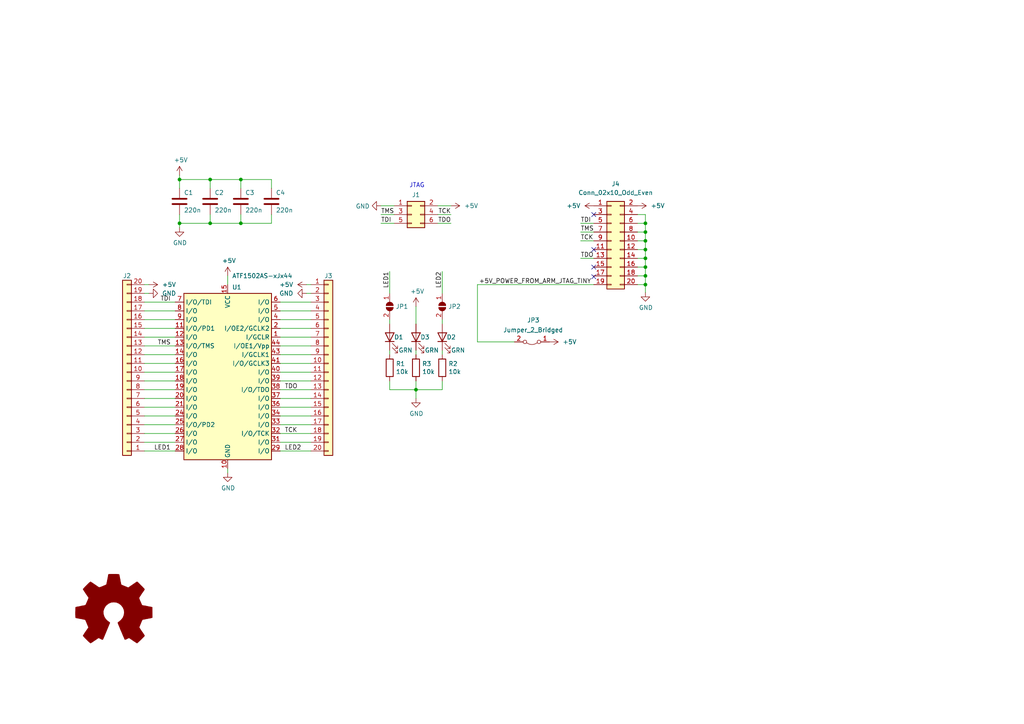
<source format=kicad_sch>
(kicad_sch (version 20211123) (generator eeschema)
  (paper "A4")
  (lib_symbols
    (symbol "Connector_Generic:Conn_01x20" (pin_names (offset 1.016) hide)
      (property "Reference" "J" (at 0 25.4 0))
      (property "Value" "Conn_01x20" (at 0 -27.94 0))
      (symbol "Conn_01x20_1_1"
        (rectangle (start -1.27 -25.273) (end 0 -25.527) (stroke (width 0.1524)))
        (rectangle (start -1.27 -22.733) (end 0 -22.987) (stroke (width 0.1524)))
        (rectangle (start -1.27 -20.193) (end 0 -20.447) (stroke (width 0.1524)))
        (rectangle (start -1.27 -17.653) (end 0 -17.907) (stroke (width 0.1524)))
        (rectangle (start -1.27 -15.113) (end 0 -15.367) (stroke (width 0.1524)))
        (rectangle (start -1.27 -12.573) (end 0 -12.827) (stroke (width 0.1524)))
        (rectangle (start -1.27 -10.033) (end 0 -10.287) (stroke (width 0.1524)))
        (rectangle (start -1.27 -7.493) (end 0 -7.747) (stroke (width 0.1524)))
        (rectangle (start -1.27 -4.953) (end 0 -5.207) (stroke (width 0.1524)))
        (rectangle (start -1.27 -2.413) (end 0 -2.667) (stroke (width 0.1524)))
        (rectangle (start -1.27 0.127) (end 0 -0.127) (stroke (width 0.1524)))
        (rectangle (start -1.27 2.667) (end 0 2.413) (stroke (width 0.1524)))
        (rectangle (start -1.27 5.207) (end 0 4.953) (stroke (width 0.1524)))
        (rectangle (start -1.27 7.747) (end 0 7.493) (stroke (width 0.1524)))
        (rectangle (start -1.27 10.287) (end 0 10.033) (stroke (width 0.1524)))
        (rectangle (start -1.27 12.827) (end 0 12.573) (stroke (width 0.1524)))
        (rectangle (start -1.27 15.367) (end 0 15.113) (stroke (width 0.1524)))
        (rectangle (start -1.27 17.907) (end 0 17.653) (stroke (width 0.1524)))
        (rectangle (start -1.27 20.447) (end 0 20.193) (stroke (width 0.1524)))
        (rectangle (start -1.27 22.987) (end 0 22.733) (stroke (width 0.1524)))
        (rectangle (start -1.27 24.13) (end 1.27 -26.67) (stroke (width 0.254)) (fill (type background)))
        (pin passive line (at -5.08 22.86 0) (length 3.81) (name "Pin_1") (number "1"))
        (pin passive line (at -5.08 0 0) (length 3.81) (name "Pin_10") (number "10"))
        (pin passive line (at -5.08 -2.54 0) (length 3.81) (name "Pin_11") (number "11"))
        (pin passive line (at -5.08 -5.08 0) (length 3.81) (name "Pin_12") (number "12"))
        (pin passive line (at -5.08 -7.62 0) (length 3.81) (name "Pin_13") (number "13"))
        (pin passive line (at -5.08 -10.16 0) (length 3.81) (name "Pin_14") (number "14"))
        (pin passive line (at -5.08 -12.7 0) (length 3.81) (name "Pin_15") (number "15"))
        (pin passive line (at -5.08 -15.24 0) (length 3.81) (name "Pin_16") (number "16"))
        (pin passive line (at -5.08 -17.78 0) (length 3.81) (name "Pin_17") (number "17"))
        (pin passive line (at -5.08 -20.32 0) (length 3.81) (name "Pin_18") (number "18"))
        (pin passive line (at -5.08 -22.86 0) (length 3.81) (name "Pin_19") (number "19"))
        (pin passive line (at -5.08 20.32 0) (length 3.81) (name "Pin_2") (number "2"))
        (pin passive line (at -5.08 -25.4 0) (length 3.81) (name "Pin_20") (number "20"))
        (pin passive line (at -5.08 17.78 0) (length 3.81) (name "Pin_3") (number "3"))
        (pin passive line (at -5.08 15.24 0) (length 3.81) (name "Pin_4") (number "4"))
        (pin passive line (at -5.08 12.7 0) (length 3.81) (name "Pin_5") (number "5"))
        (pin passive line (at -5.08 10.16 0) (length 3.81) (name "Pin_6") (number "6"))
        (pin passive line (at -5.08 7.62 0) (length 3.81) (name "Pin_7") (number "7"))
        (pin passive line (at -5.08 5.08 0) (length 3.81) (name "Pin_8") (number "8"))
        (pin passive line (at -5.08 2.54 0) (length 3.81) (name "Pin_9") (number "9"))
      )
    )
    (symbol "Connector_Generic:Conn_02x03_Odd_Even" (pin_names (offset 1.016) hide)
      (property "Reference" "J" (at 1.27 5.08 0))
      (property "Value" "Conn_02x03_Odd_Even" (at 1.27 -5.08 0))
      (symbol "Conn_02x03_Odd_Even_1_1"
        (rectangle (start -1.27 -2.413) (end 0 -2.667) (stroke (width 0.1524)))
        (rectangle (start -1.27 0.127) (end 0 -0.127) (stroke (width 0.1524)))
        (rectangle (start -1.27 2.667) (end 0 2.413) (stroke (width 0.1524)))
        (rectangle (start -1.27 3.81) (end 3.81 -3.81) (stroke (width 0.254)) (fill (type background)))
        (rectangle (start 3.81 -2.413) (end 2.54 -2.667) (stroke (width 0.1524)))
        (rectangle (start 3.81 0.127) (end 2.54 -0.127) (stroke (width 0.1524)))
        (rectangle (start 3.81 2.667) (end 2.54 2.413) (stroke (width 0.1524)))
        (pin passive line (at -5.08 2.54 0) (length 3.81) (name "Pin_1") (number "1"))
        (pin passive line (at 7.62 2.54 180) (length 3.81) (name "Pin_2") (number "2"))
        (pin passive line (at -5.08 0 0) (length 3.81) (name "Pin_3") (number "3"))
        (pin passive line (at 7.62 0 180) (length 3.81) (name "Pin_4") (number "4"))
        (pin passive line (at -5.08 -2.54 0) (length 3.81) (name "Pin_5") (number "5"))
        (pin passive line (at 7.62 -2.54 180) (length 3.81) (name "Pin_6") (number "6"))
      )
    )
    (symbol "Connector_Generic:Conn_02x10_Odd_Even" (pin_names (offset 1.016) hide)
      (property "Reference" "J" (at 1.27 12.7 0))
      (property "Value" "Conn_02x10_Odd_Even" (at 1.27 -15.24 0))
      (symbol "Conn_02x10_Odd_Even_1_1"
        (rectangle (start -1.27 -12.573) (end 0 -12.827) (stroke (width 0.1524)))
        (rectangle (start -1.27 -10.033) (end 0 -10.287) (stroke (width 0.1524)))
        (rectangle (start -1.27 -7.493) (end 0 -7.747) (stroke (width 0.1524)))
        (rectangle (start -1.27 -4.953) (end 0 -5.207) (stroke (width 0.1524)))
        (rectangle (start -1.27 -2.413) (end 0 -2.667) (stroke (width 0.1524)))
        (rectangle (start -1.27 0.127) (end 0 -0.127) (stroke (width 0.1524)))
        (rectangle (start -1.27 2.667) (end 0 2.413) (stroke (width 0.1524)))
        (rectangle (start -1.27 5.207) (end 0 4.953) (stroke (width 0.1524)))
        (rectangle (start -1.27 7.747) (end 0 7.493) (stroke (width 0.1524)))
        (rectangle (start -1.27 10.287) (end 0 10.033) (stroke (width 0.1524)))
        (rectangle (start -1.27 11.43) (end 3.81 -13.97) (stroke (width 0.254)) (fill (type background)))
        (rectangle (start 3.81 -12.573) (end 2.54 -12.827) (stroke (width 0.1524)))
        (rectangle (start 3.81 -10.033) (end 2.54 -10.287) (stroke (width 0.1524)))
        (rectangle (start 3.81 -7.493) (end 2.54 -7.747) (stroke (width 0.1524)))
        (rectangle (start 3.81 -4.953) (end 2.54 -5.207) (stroke (width 0.1524)))
        (rectangle (start 3.81 -2.413) (end 2.54 -2.667) (stroke (width 0.1524)))
        (rectangle (start 3.81 0.127) (end 2.54 -0.127) (stroke (width 0.1524)))
        (rectangle (start 3.81 2.667) (end 2.54 2.413) (stroke (width 0.1524)))
        (rectangle (start 3.81 5.207) (end 2.54 4.953) (stroke (width 0.1524)))
        (rectangle (start 3.81 7.747) (end 2.54 7.493) (stroke (width 0.1524)))
        (rectangle (start 3.81 10.287) (end 2.54 10.033) (stroke (width 0.1524)))
        (pin passive line (at -5.08 10.16 0) (length 3.81) (name "Pin_1") (number "1"))
        (pin passive line (at 7.62 0 180) (length 3.81) (name "Pin_10") (number "10"))
        (pin passive line (at -5.08 -2.54 0) (length 3.81) (name "Pin_11") (number "11"))
        (pin passive line (at 7.62 -2.54 180) (length 3.81) (name "Pin_12") (number "12"))
        (pin passive line (at -5.08 -5.08 0) (length 3.81) (name "Pin_13") (number "13"))
        (pin passive line (at 7.62 -5.08 180) (length 3.81) (name "Pin_14") (number "14"))
        (pin passive line (at -5.08 -7.62 0) (length 3.81) (name "Pin_15") (number "15"))
        (pin passive line (at 7.62 -7.62 180) (length 3.81) (name "Pin_16") (number "16"))
        (pin passive line (at -5.08 -10.16 0) (length 3.81) (name "Pin_17") (number "17"))
        (pin passive line (at 7.62 -10.16 180) (length 3.81) (name "Pin_18") (number "18"))
        (pin passive line (at -5.08 -12.7 0) (length 3.81) (name "Pin_19") (number "19"))
        (pin passive line (at 7.62 10.16 180) (length 3.81) (name "Pin_2") (number "2"))
        (pin passive line (at 7.62 -12.7 180) (length 3.81) (name "Pin_20") (number "20"))
        (pin passive line (at -5.08 7.62 0) (length 3.81) (name "Pin_3") (number "3"))
        (pin passive line (at 7.62 7.62 180) (length 3.81) (name "Pin_4") (number "4"))
        (pin passive line (at -5.08 5.08 0) (length 3.81) (name "Pin_5") (number "5"))
        (pin passive line (at 7.62 5.08 180) (length 3.81) (name "Pin_6") (number "6"))
        (pin passive line (at -5.08 2.54 0) (length 3.81) (name "Pin_7") (number "7"))
        (pin passive line (at 7.62 2.54 180) (length 3.81) (name "Pin_8") (number "8"))
        (pin passive line (at -5.08 0 0) (length 3.81) (name "Pin_9") (number "9"))
      )
    )
    (symbol "Device:C" (pin_numbers hide) (pin_names (offset 0.254))
      (property "Reference" "C" (at 0.635 2.54 0))
      (property "Value" "C" (at 0.635 -2.54 0))
      (symbol "C_0_1"
        (polyline (pts (xy -2.032 -0.762) (xy 2.032 -0.762)) (stroke (width 0.508)))
        (polyline (pts (xy -2.032 0.762) (xy 2.032 0.762)) (stroke (width 0.508)))
      )
      (symbol "C_1_1"
        (pin passive line (at 0 3.81 270) (length 2.794) (name "~") (number "1"))
        (pin passive line (at 0 -3.81 90) (length 2.794) (name "~") (number "2"))
      )
    )
    (symbol "Device:LED" (pin_numbers hide) (pin_names (offset 1.016) hide)
      (property "Reference" "D" (at 0 2.54 0))
      (property "Value" "LED" (at 0 -2.54 0))
      (symbol "LED_0_1"
        (polyline (pts (xy -1.27 -1.27) (xy -1.27 1.27)) (stroke (width 0.254)))
        (polyline (pts (xy -1.27 0) (xy 1.27 0)))
        (polyline (pts (xy 1.27 -1.27) (xy 1.27 1.27) (xy -1.27 0) (xy 1.27 -1.27)) (stroke (width 0.254)))
        (polyline (pts (xy -3.048 -0.762) (xy -4.572 -2.286) (xy -3.81 -2.286) (xy -4.572 -2.286) (xy -4.572 -1.524)))
        (polyline (pts (xy -1.778 -0.762) (xy -3.302 -2.286) (xy -2.54 -2.286) (xy -3.302 -2.286) (xy -3.302 -1.524)))
      )
      (symbol "LED_1_1"
        (pin passive line (at -3.81 0 0) (length 2.54) (name "K") (number "1"))
        (pin passive line (at 3.81 0 180) (length 2.54) (name "A") (number "2"))
      )
    )
    (symbol "Device:R" (pin_numbers hide) (pin_names (offset 0))
      (property "Reference" "R" (at 2.032 0 90))
      (property "Value" "R" (at 0 0 90))
      (symbol "R_0_1"
        (rectangle (start -1.016 -2.54) (end 1.016 2.54) (stroke (width 0.254)))
      )
      (symbol "R_1_1"
        (pin passive line (at 0 3.81 270) (length 1.27) (name "~") (number "1"))
        (pin passive line (at 0 -3.81 90) (length 1.27) (name "~") (number "2"))
      )
    )
    (symbol "Graphic:Logo_Open_Hardware_Large" (pin_names (offset 1.016))
      (symbol "Logo_Open_Hardware_Large_1_1"
        (polyline (pts (xy 6.731 -8.7122) (xy 6.6294 -8.6614) (xy 6.35 -8.4836) (xy 5.9944 -8.255) (xy 5.5372 -7.9502) (xy 5.1054 -7.6454) (xy 4.7498 -7.4168) (xy 4.4958 -7.239) (xy 4.3942 -7.1882) (xy 4.318 -7.2136) (xy 4.1148 -7.3152) (xy 3.81 -7.4676) (xy 3.6322 -7.5692) (xy 3.3528 -7.6708) (xy 3.2258 -7.6962) (xy 3.2004 -7.6708) (xy 3.0988 -7.4676) (xy 2.9464 -7.0866) (xy 2.7178 -6.604) (xy 2.4892 -6.0452) (xy 2.2352 -5.4356) (xy 1.9558 -4.826) (xy 1.7272 -4.2164) (xy 1.4986 -3.683) (xy 1.3208 -3.2512) (xy 1.2192 -2.9464) (xy 1.1684 -2.8194) (xy 1.1938 -2.794) (xy 1.3208 -2.667) (xy 1.5748 -2.4892) (xy 2.0828 -2.0574) (xy 2.6162 -1.397) (xy 2.921 -0.6604) (xy 3.048 0.1524) (xy 2.9464 0.9144) (xy 2.6416 1.6256) (xy 2.1336 2.286) (xy 1.524 2.7686) (xy 0.8128 3.0734) (xy 0 3.175) (xy -0.762 3.0988) (xy -1.4986 2.794) (xy -2.159 2.286) (xy -2.4384 1.9812) (xy -2.8194 1.3208) (xy -3.048 0.6096) (xy -3.0734 0.4318) (xy -3.0226 -0.3556) (xy -2.794 -1.0922) (xy -2.3876 -1.7526) (xy -1.8288 -2.3114) (xy -1.7526 -2.3622) (xy -1.4732 -2.5654) (xy -1.2954 -2.6924) (xy -1.1684 -2.8194) (xy -2.159 -5.207) (xy -2.3114 -5.588) (xy -2.5908 -6.2484) (xy -2.8194 -6.8072) (xy -3.0226 -7.2644) (xy -3.1496 -7.5692) (xy -3.2258 -7.6708) (xy -3.2258 -7.6962) (xy -3.302 -7.6962) (xy -3.4798 -7.6454) (xy -3.8354 -7.4676) (xy -4.0386 -7.366) (xy -4.2926 -7.239) (xy -4.4196 -7.1882) (xy -4.5212 -7.239) (xy -4.7498 -7.3914) (xy -5.1054 -7.6454) (xy -5.5372 -7.9248) (xy -5.9436 -8.2042) (xy -6.3246 -8.4582) (xy -6.604 -8.636) (xy -6.731 -8.7122) (xy -6.7564 -8.7122) (xy -6.858 -8.636) (xy -7.0866 -8.4582) (xy -7.4168 -8.1534) (xy -7.874 -7.6962) (xy -7.9502 -7.62) (xy -8.3312 -7.239) (xy -8.636 -6.9088) (xy -8.8392 -6.6802) (xy -8.9154 -6.5786) (xy -8.9154 -6.5786) (xy -8.8392 -6.4516) (xy -8.6614 -6.1722) (xy -8.4328 -5.7912) (xy -8.128 -5.3594) (xy -7.3152 -4.191) (xy -7.7724 -3.0988) (xy -7.8994 -2.7686) (xy -8.0772 -2.3622) (xy -8.2042 -2.0828) (xy -8.255 -1.9558) (xy -8.382 -1.905) (xy -8.6614 -1.8542) (xy -9.0932 -1.7526) (xy -9.6266 -1.651) (xy -10.1092 -1.5748) (xy -10.541 -1.4732) (xy -10.8712 -1.4224) (xy -11.0236 -1.397) (xy -11.049 -1.3716) (xy -11.0744 -1.2954) (xy -11.0998 -1.143) (xy -11.0998 -0.889) (xy -11.1252 -0.4572) (xy -11.1252 0.1524) (xy -11.1252 0.2286) (xy -11.0998 0.8128) (xy -11.0998 1.27) (xy -11.0744 1.5494) (xy -11.0744 1.6764) (xy -11.0744 1.6764) (xy -10.922 1.7018) (xy -10.6172 1.778) (xy -10.16 1.8542) (xy -9.652 1.9558) (xy -9.6012 1.9812) (xy -9.0932 2.0828) (xy -8.636 2.159) (xy -8.3312 2.2352) (xy -8.2042 2.286) (xy -8.1788 2.3114) (xy -8.0772 2.5146) (xy -7.9248 2.8448) (xy -7.747 3.2512) (xy -7.5692 3.6576) (xy -7.4168 4.0386) (xy -7.3152 4.318) (xy -7.2898 4.445) (xy -7.2898 4.445) (xy -7.366 4.572) (xy -7.5438 4.826) (xy -7.7978 5.207) (xy -8.128 5.6642) (xy -8.128 5.6896) (xy -8.4328 6.1468) (xy -8.6868 6.5278) (xy -8.8392 6.7818) (xy -8.9154 6.9088) (xy -8.9154 6.9088) (xy -8.8138 7.0358) (xy -8.5852 7.2898) (xy -8.255 7.6454) (xy -7.874 8.0264) (xy -7.747 8.1534) (xy -7.3152 8.5852) (xy -7.0104 8.8646) (xy -6.8326 8.9916) (xy -6.731 9.0424) (xy -6.731 9.0424) (xy -6.604 8.9408) (xy -6.3246 8.763) (xy -5.9436 8.509) (xy -5.4864 8.2042) (xy -5.461 8.1788) (xy -5.0038 7.874) (xy -4.6482 7.62) (xy -4.3688 7.4422) (xy -4.2672 7.3914) (xy -4.2418 7.3914) (xy -4.064 7.4422) (xy -3.7338 7.5438) (xy -3.3528 7.6962) (xy -2.9464 7.874) (xy -2.5654 8.0264) (xy -2.286 8.1534) (xy -2.159 8.2296) (xy -2.159 8.2296) (xy -2.1082 8.382) (xy -2.032 8.7122) (xy -1.9304 9.1694) (xy -1.8288 9.7282) (xy -1.8034 9.8044) (xy -1.7018 10.3378) (xy -1.6256 10.7696) (xy -1.5748 11.0744) (xy -1.524 11.2014) (xy -1.4478 11.2268) (xy -1.1938 11.2522) (xy -0.8128 11.2522) (xy -0.3302 11.2522) (xy 0.1524 11.2522) (xy 0.6604 11.2522) (xy 1.0668 11.2268) (xy 1.3716 11.2014) (xy 1.4986 11.176) (xy 1.4986 11.176) (xy 1.5494 11.0236) (xy 1.6256 10.6934) (xy 1.7018 10.2108) (xy 1.8288 9.6774) (xy 1.8288 9.5758) (xy 1.9304 9.0424) (xy 2.032 8.6106) (xy 2.0828 8.3058) (xy 2.1336 8.2042) (xy 2.159 8.1788) (xy 2.3876 8.0772) (xy 2.7432 7.9248) (xy 3.175 7.747) (xy 4.191 7.3406) (xy 5.461 8.2042) (xy 5.5626 8.2804) (xy 6.0198 8.5852) (xy 6.3754 8.8392) (xy 6.6294 8.9916) (xy 6.7564 9.0424) (xy 6.7564 9.0424) (xy 6.8834 8.9408) (xy 7.1374 8.7122) (xy 7.4676 8.382) (xy 7.8486 7.9756) (xy 8.1534 7.6962) (xy 8.4836 7.3406) (xy 8.7122 7.112) (xy 8.8392 6.9596) (xy 8.8646 6.858) (xy 8.8646 6.8072) (xy 8.7884 6.6802) (xy 8.6106 6.4008) (xy 8.3312 6.0198) (xy 8.0264 5.588) (xy 7.7978 5.207) (xy 7.5184 4.8006) (xy 7.3406 4.4958) (xy 7.2898 4.3434) (xy 7.2898 4.2926) (xy 7.3914 4.0386) (xy 7.5184 3.683) (xy 7.7216 3.2258) (xy 8.1534 2.2352) (xy 8.7884 2.1082) (xy 9.1948 2.0574) (xy 9.7536 1.9304) (xy 10.2616 1.8288) (xy 11.0998 1.6764) (xy 11.1252 -1.3208) (xy 10.9982 -1.3716) (xy 10.8712 -1.397) (xy 10.5664 -1.4732) (xy 10.1346 -1.5494) (xy 9.6266 -1.651) (xy 9.1948 -1.7272) (xy 8.7376 -1.8288) (xy 8.4328 -1.8796) (xy 8.2804 -1.905) (xy 8.255 -1.9558) (xy 8.1534 -2.159) (xy 7.9756 -2.5146) (xy 7.8232 -2.921) (xy 7.6454 -3.3274) (xy 7.493 -3.7338) (xy 7.366 -4.0132) (xy 7.3406 -4.191) (xy 7.3914 -4.2926) (xy 7.5692 -4.5466) (xy 7.7978 -4.9276) (xy 8.1026 -5.3594) (xy 8.4074 -5.7912) (xy 8.6614 -6.1722) (xy 8.8138 -6.4262) (xy 8.89 -6.5532) (xy 8.8646 -6.6548) (xy 8.6868 -6.858) (xy 8.3566 -7.1882) (xy 7.874 -7.6708) (xy 7.7978 -7.747) (xy 7.3914 -8.128) (xy 7.0612 -8.4328) (xy 6.8326 -8.636) (xy 6.731 -8.7122)) (fill (type outline)))
      )
    )
    (symbol "Jumper:Jumper_2_Bridged" (pin_names (offset 0) hide)
      (property "Reference" "JP" (at 0 1.905 0))
      (property "Value" "Jumper_2_Bridged" (at 0 -2.54 0))
      (symbol "Jumper_2_Bridged_0_0"
        (circle (center -2.032 0) (radius 0.508))
        (circle (center 2.032 0) (radius 0.508))
      )
      (symbol "Jumper_2_Bridged_0_1"
        (arc (start 1.524 0.254) (mid 0 0.762) (end -1.524 0.254))
      )
      (symbol "Jumper_2_Bridged_1_1"
        (pin passive line (at -5.08 0 0) (length 2.54) (name "A") (number "1"))
        (pin passive line (at 5.08 0 180) (length 2.54) (name "B") (number "2"))
      )
    )
    (symbol "Jumper:SolderJumper_2_Open" (pin_names (offset 0) hide)
      (property "Reference" "JP" (at 0 2.032 0))
      (property "Value" "SolderJumper_2_Open" (at 0 -2.54 0))
      (symbol "SolderJumper_2_Open_0_1"
        (arc (start -0.254 1.016) (mid -1.27 0) (end -0.254 -1.016))
        (arc (start -0.254 1.016) (mid -1.27 0) (end -0.254 -1.016) (fill (type outline)))
        (polyline (pts (xy -0.254 1.016) (xy -0.254 -1.016)))
        (polyline (pts (xy 0.254 1.016) (xy 0.254 -1.016)))
        (arc (start 0.254 -1.016) (mid 1.27 0) (end 0.254 1.016))
        (arc (start 0.254 -1.016) (mid 1.27 0) (end 0.254 1.016) (fill (type outline)))
      )
      (symbol "SolderJumper_2_Open_1_1"
        (pin passive line (at -3.81 0 0) (length 2.54) (name "A") (number "1"))
        (pin passive line (at 3.81 0 180) (length 2.54) (name "B") (number "2"))
      )
    )
    (symbol "my_symbols:ATF1502AS-xJx44"
      (property "Reference" "U" (at -12.7 24.13 0))
      (property "Value" "ATF1502AS-xJx44" (at 12.7 24.13 0))
      (symbol "ATF1502AS-xJx44_0_1"
        (rectangle (start -12.7 22.86) (end 12.7 -25.4) (stroke (width 0.254)) (fill (type background)))
      )
      (symbol "ATF1502AS-xJx44_1_1"
        (pin input line (at 15.24 10.16 180) (length 2.54) (name "I/GCLR") (number "1"))
        (pin power_in line (at 0 -27.94 90) (length 2.54) (name "GND") (number "10"))
        (pin bidirectional line (at -15.24 12.7 0) (length 2.54) (name "I/O/PD1") (number "11"))
        (pin bidirectional line (at -15.24 10.16 0) (length 2.54) (name "I/O") (number "12"))
        (pin bidirectional line (at -15.24 7.62 0) (length 2.54) (name "I/O/TMS") (number "13"))
        (pin bidirectional line (at -15.24 5.08 0) (length 2.54) (name "I/O") (number "14"))
        (pin power_in line (at 0 25.4 270) (length 2.54) (name "VCC") (number "15"))
        (pin bidirectional line (at -15.24 2.54 0) (length 2.54) (name "I/O") (number "16"))
        (pin bidirectional line (at -15.24 0 0) (length 2.54) (name "I/O") (number "17"))
        (pin bidirectional line (at -15.24 -2.54 0) (length 2.54) (name "I/O") (number "18"))
        (pin bidirectional line (at -15.24 -5.08 0) (length 2.54) (name "I/O") (number "19"))
        (pin input line (at 15.24 12.7 180) (length 2.54) (name "I/OE2/GCLK2") (number "2"))
        (pin bidirectional line (at -15.24 -7.62 0) (length 2.54) (name "I/O") (number "20"))
        (pin bidirectional line (at -15.24 -10.16 0) (length 2.54) (name "I/O") (number "21"))
        (pin passive line (at 0 -27.94 90) (length 2.54) hide (name "GND") (number "22"))
        (pin passive line (at 0 25.4 270) (length 2.54) hide (name "VCC") (number "23"))
        (pin bidirectional line (at -15.24 -12.7 0) (length 2.54) (name "I/O") (number "24"))
        (pin bidirectional line (at -15.24 -15.24 0) (length 2.54) (name "I/O/PD2") (number "25"))
        (pin bidirectional line (at -15.24 -17.78 0) (length 2.54) (name "I/O") (number "26"))
        (pin bidirectional line (at -15.24 -20.32 0) (length 2.54) (name "I/O") (number "27"))
        (pin bidirectional line (at -15.24 -22.86 0) (length 2.54) (name "I/O") (number "28"))
        (pin bidirectional line (at 15.24 -22.86 180) (length 2.54) (name "I/O") (number "29"))
        (pin passive line (at 0 25.4 270) (length 2.54) hide (name "VCC") (number "3"))
        (pin passive line (at 0 -27.94 90) (length 2.54) hide (name "GND") (number "30"))
        (pin bidirectional line (at 15.24 -20.32 180) (length 2.54) (name "I/O") (number "31"))
        (pin bidirectional line (at 15.24 -17.78 180) (length 2.54) (name "I/O/TCK") (number "32"))
        (pin bidirectional line (at 15.24 -15.24 180) (length 2.54) (name "I/O") (number "33"))
        (pin bidirectional line (at 15.24 -12.7 180) (length 2.54) (name "I/O") (number "34"))
        (pin passive line (at 0 25.4 270) (length 2.54) hide (name "VCC") (number "35"))
        (pin bidirectional line (at 15.24 -10.16 180) (length 2.54) (name "I/O") (number "36"))
        (pin bidirectional line (at 15.24 -7.62 180) (length 2.54) (name "I/O") (number "37"))
        (pin bidirectional line (at 15.24 -5.08 180) (length 2.54) (name "I/O/TDO") (number "38"))
        (pin bidirectional line (at 15.24 -2.54 180) (length 2.54) (name "I/O") (number "39"))
        (pin bidirectional line (at 15.24 15.24 180) (length 2.54) (name "I/O") (number "4"))
        (pin bidirectional line (at 15.24 0 180) (length 2.54) (name "I/O") (number "40"))
        (pin bidirectional line (at 15.24 2.54 180) (length 2.54) (name "I/O/GCLK3") (number "41"))
        (pin passive line (at 0 -27.94 90) (length 2.54) hide (name "GND") (number "42"))
        (pin input line (at 15.24 5.08 180) (length 2.54) (name "I/GCLK1") (number "43"))
        (pin input line (at 15.24 7.62 180) (length 2.54) (name "I/OE1/Vpp") (number "44"))
        (pin bidirectional line (at 15.24 17.78 180) (length 2.54) (name "I/O") (number "5"))
        (pin bidirectional line (at 15.24 20.32 180) (length 2.54) (name "I/O") (number "6"))
        (pin bidirectional line (at -15.24 20.32 0) (length 2.54) (name "I/O/TDI") (number "7"))
        (pin bidirectional line (at -15.24 17.78 0) (length 2.54) (name "I/O") (number "8"))
        (pin bidirectional line (at -15.24 15.24 0) (length 2.54) (name "I/O") (number "9"))
      )
    )
    (symbol "power:+5V" (power) (pin_names (offset 0))
      (property "Value" "+5V" (at 0 3.556 0))
      (symbol "+5V_0_1"
        (polyline (pts (xy -0.762 1.27) (xy 0 2.54)))
        (polyline (pts (xy 0 0) (xy 0 2.54)))
        (polyline (pts (xy 0 2.54) (xy 0.762 1.27)))
      )
      (symbol "+5V_1_1"
        (pin power_in line (at 0 0 90) (length 0) hide (name "+5V") (number "1"))
      )
    )
    (symbol "power:GND" (power) (pin_names (offset 0))
      (property "Value" "GND" (at 0 -3.81 0))
      (symbol "GND_0_1"
        (polyline (pts (xy 0 0) (xy 0 -1.27) (xy 1.27 -1.27) (xy 0 -2.54) (xy -1.27 -1.27) (xy 0 -1.27)))
      )
      (symbol "GND_1_1"
        (pin power_in line (at 0 0 270) (length 0) hide (name "GND") (number "1"))
      )
    )
  )
  (junction (at 60.96 52.07))
  (junction (at 52.07 64.77))
  (junction (at 187.198 77.47))
  (junction (at 187.198 74.93))
  (junction (at 187.198 72.39))
  (junction (at 52.07 52.07))
  (junction (at 187.198 64.77))
  (junction (at 187.198 67.31))
  (junction (at 120.65 113.03))
  (junction (at 187.198 69.85))
  (junction (at 69.85 64.77))
  (junction (at 69.85 52.07))
  (junction (at 187.198 82.55))
  (junction (at 60.96 64.77))
  (junction (at 187.198 80.01))
  (no_connect (at 172.212 77.47))
  (no_connect (at 172.212 80.264))
  (no_connect (at 172.212 62.23))
  (no_connect (at 172.212 72.39))
  (wire (pts (xy 184.912 82.55) (xy 187.198 82.55)))
  (wire (pts (xy 187.198 64.77) (xy 187.198 62.23)))
  (wire (pts (xy 41.91 87.63) (xy 50.8 87.63)))
  (wire (pts (xy 113.03 78.74) (xy 113.03 85.09)))
  (wire (pts (xy 127 59.69) (xy 130.81 59.69)))
  (wire (pts (xy 90.17 100.33) (xy 81.28 100.33)))
  (wire (pts (xy 90.17 118.11) (xy 81.28 118.11)))
  (wire (pts (xy 50.8 102.87) (xy 41.91 102.87)))
  (wire (pts (xy 138.4808 82.55) (xy 172.212 82.55)))
  (wire (pts (xy 138.4808 82.55) (xy 138.4808 99.1616)))
  (wire (pts (xy 41.91 100.33) (xy 50.8 100.33)))
  (wire (pts (xy 41.91 113.03) (xy 50.8 113.03)))
  (wire (pts (xy 69.85 64.77) (xy 69.85 62.23)))
  (wire (pts (xy 187.198 69.85) (xy 187.198 72.39)))
  (wire (pts (xy 50.8 123.19) (xy 41.91 123.19)))
  (wire (pts (xy 81.28 130.81) (xy 90.17 130.81)))
  (wire (pts (xy 81.28 125.73) (xy 90.17 125.73)))
  (wire (pts (xy 41.91 105.41) (xy 50.8 105.41)))
  (wire (pts (xy 187.198 64.77) (xy 187.198 67.31)))
  (wire (pts (xy 120.65 113.03) (xy 120.65 110.49)))
  (wire (pts (xy 128.27 92.71) (xy 128.27 93.98)))
  (wire (pts (xy 90.17 123.19) (xy 81.28 123.19)))
  (wire (pts (xy 168.402 69.85) (xy 172.212 69.85)))
  (wire (pts (xy 52.07 52.07) (xy 60.96 52.07)))
  (wire (pts (xy 187.198 72.39) (xy 187.198 74.93)))
  (wire (pts (xy 52.07 64.77) (xy 60.96 64.77)))
  (wire (pts (xy 120.65 101.6) (xy 120.65 102.87)))
  (wire (pts (xy 120.65 113.03) (xy 128.27 113.03)))
  (wire (pts (xy 128.27 113.03) (xy 128.27 110.49)))
  (wire (pts (xy 187.198 80.01) (xy 187.198 82.55)))
  (wire (pts (xy 88.9 85.09) (xy 90.17 85.09)))
  (wire (pts (xy 50.8 128.27) (xy 41.91 128.27)))
  (wire (pts (xy 81.28 120.65) (xy 90.17 120.65)))
  (wire (pts (xy 81.28 107.95) (xy 90.17 107.95)))
  (wire (pts (xy 110.49 59.69) (xy 114.3 59.69)))
  (wire (pts (xy 78.74 52.07) (xy 78.74 54.61)))
  (wire (pts (xy 41.91 125.73) (xy 50.8 125.73)))
  (wire (pts (xy 81.28 97.79) (xy 90.17 97.79)))
  (wire (pts (xy 184.912 67.31) (xy 187.198 67.31)))
  (wire (pts (xy 130.81 64.77) (xy 127 64.77)))
  (wire (pts (xy 69.85 52.07) (xy 69.85 54.61)))
  (wire (pts (xy 60.96 52.07) (xy 69.85 52.07)))
  (wire (pts (xy 113.03 113.03) (xy 113.03 110.49)))
  (wire (pts (xy 184.912 77.47) (xy 187.198 77.47)))
  (wire (pts (xy 41.91 82.55) (xy 43.18 82.55)))
  (wire (pts (xy 168.402 67.31) (xy 172.212 67.31)))
  (wire (pts (xy 90.17 90.17) (xy 81.28 90.17)))
  (wire (pts (xy 187.198 82.55) (xy 187.198 84.836)))
  (wire (pts (xy 41.91 130.81) (xy 50.8 130.81)))
  (wire (pts (xy 138.4808 99.1616) (xy 149.1996 99.1616)))
  (wire (pts (xy 81.28 87.63) (xy 90.17 87.63)))
  (wire (pts (xy 113.03 101.6) (xy 113.03 102.87)))
  (wire (pts (xy 78.74 64.77) (xy 78.74 62.23)))
  (wire (pts (xy 184.912 74.93) (xy 187.198 74.93)))
  (wire (pts (xy 41.91 90.17) (xy 50.8 90.17)))
  (wire (pts (xy 81.28 92.71) (xy 90.17 92.71)))
  (wire (pts (xy 81.28 115.57) (xy 90.17 115.57)))
  (wire (pts (xy 41.91 110.49) (xy 50.8 110.49)))
  (wire (pts (xy 52.07 52.07) (xy 52.07 54.61)))
  (wire (pts (xy 184.912 80.01) (xy 187.198 80.01)))
  (wire (pts (xy 113.03 113.03) (xy 120.65 113.03)))
  (wire (pts (xy 41.91 95.25) (xy 50.8 95.25)))
  (wire (pts (xy 90.17 113.03) (xy 81.28 113.03)))
  (wire (pts (xy 90.17 95.25) (xy 81.28 95.25)))
  (wire (pts (xy 130.81 62.23) (xy 127 62.23)))
  (wire (pts (xy 52.07 50.8) (xy 52.07 52.07)))
  (wire (pts (xy 187.198 74.93) (xy 187.198 77.47)))
  (wire (pts (xy 187.198 67.31) (xy 187.198 69.85)))
  (wire (pts (xy 90.17 128.27) (xy 81.28 128.27)))
  (wire (pts (xy 88.9 82.55) (xy 90.17 82.55)))
  (wire (pts (xy 50.8 118.11) (xy 41.91 118.11)))
  (wire (pts (xy 110.49 62.23) (xy 114.3 62.23)))
  (wire (pts (xy 120.65 113.03) (xy 120.65 115.57)))
  (wire (pts (xy 128.27 101.6) (xy 128.27 102.87)))
  (wire (pts (xy 60.96 64.77) (xy 69.85 64.77)))
  (wire (pts (xy 110.49 64.77) (xy 114.3 64.77)))
  (wire (pts (xy 66.04 135.89) (xy 66.04 137.16)))
  (wire (pts (xy 113.03 92.71) (xy 113.03 93.98)))
  (wire (pts (xy 50.8 92.71) (xy 41.91 92.71)))
  (wire (pts (xy 81.28 110.49) (xy 90.17 110.49)))
  (wire (pts (xy 81.28 102.87) (xy 90.17 102.87)))
  (wire (pts (xy 184.912 62.23) (xy 187.198 62.23)))
  (wire (pts (xy 50.8 97.79) (xy 41.91 97.79)))
  (wire (pts (xy 69.85 64.77) (xy 78.74 64.77)))
  (wire (pts (xy 184.912 72.39) (xy 187.198 72.39)))
  (wire (pts (xy 128.27 78.74) (xy 128.27 85.09)))
  (wire (pts (xy 60.96 52.07) (xy 60.96 54.61)))
  (wire (pts (xy 120.65 88.9) (xy 120.65 93.98)))
  (wire (pts (xy 168.402 64.77) (xy 172.212 64.77)))
  (wire (pts (xy 187.198 77.47) (xy 187.198 80.01)))
  (wire (pts (xy 52.07 64.77) (xy 52.07 66.04)))
  (wire (pts (xy 41.91 115.57) (xy 50.8 115.57)))
  (wire (pts (xy 41.91 120.65) (xy 50.8 120.65)))
  (wire (pts (xy 184.912 64.77) (xy 187.198 64.77)))
  (wire (pts (xy 184.912 69.85) (xy 187.198 69.85)))
  (wire (pts (xy 50.8 107.95) (xy 41.91 107.95)))
  (wire (pts (xy 69.85 52.07) (xy 78.74 52.07)))
  (wire (pts (xy 43.18 85.09) (xy 41.91 85.09)))
  (wire (pts (xy 60.96 64.77) (xy 60.96 62.23)))
  (wire (pts (xy 90.17 105.41) (xy 81.28 105.41)))
  (wire (pts (xy 66.04 80.01) (xy 66.04 82.55)))
  (wire (pts (xy 52.07 64.77) (xy 52.07 62.23)))
  (wire (pts (xy 168.402 74.93) (xy 172.212 74.93)))
  (text "JTAG" (at 123.19 54.61 180) (effects (font (size 1.27 1.27)) (justify right bottom)))
  (label "TCK" (at 82.55 125.73 0))
  (label "TMS" (at 110.49 62.23 0))
  (label "TDI" (at 168.402 64.77 0))
  (label "TDO" (at 168.402 74.93 0))
  (label "TDI" (at 110.49 64.77 0))
  (label "LED1" (at 49.53 130.81 180))
  (label "TMS" (at 49.53 100.33 180))
  (label "TCK" (at 130.81 62.23 180))
  (label "+5V_POWER_FROM_ARM_JTAG_TINY" (at 138.8872 82.55 0))
  (label "TCK" (at 168.402 69.85 0))
  (label "LED1" (at 113.03 78.74 270))
  (label "TDI" (at 49.53 87.63 180))
  (label "TDO" (at 130.81 64.77 180))
  (label "LED2" (at 82.55 130.81 0))
  (label "TDO" (at 82.55 113.03 0))
  (label "LED2" (at 128.27 78.74 270))
  (label "TMS" (at 168.402 67.31 0))
  (symbol (lib_id "Connector_Generic:Conn_01x20") (at 36.83 107.95 180) (unit 1)
    (property "Reference" "J2" (at 36.83 80.01 0))
    (property "Value" "VERT" (effects hide))
    (property "Footprint" "ATF1502AS-EVB:PinHeader_1x20_P2.54mm_Vertical_NoSilk" (effects hide))
  )
  (symbol (lib_id "Connector_Generic:Conn_01x20") (at 95.25 105.41 0) (unit 1)
    (property "Reference" "J3" (at 95.25 80.01 0))
    (property "Value" "VERT" (effects hide))
    (property "Footprint" "ATF1502AS-EVB:PinHeader_1x20_P2.54mm_Vertical_NoSilk" (effects hide))
  )
  (symbol (lib_id "power:+5V") (at 66.04 80.01 0) (unit 1)
    (property "Reference" "#PWR0101" (effects hide))
    (property "Value" "+5V" (at 66.421 75.6158 0))
  )
  (symbol (lib_id "power:+5V") (at 43.18 82.55 270) (unit 1)
    (property "Reference" "#PWR0102" (effects hide))
    (property "Value" "+5V" (at 46.99 82.55 90) (effects (justify left)))
  )
  (symbol (lib_id "power:+5V") (at 88.9 82.55 90) (unit 1)
    (property "Reference" "#PWR0103" (effects hide))
    (property "Value" "+5V" (at 85.09 82.55 90) (effects (justify left)))
  )
  (symbol (lib_id "power:GND") (at 66.04 137.16 0) (unit 1)
    (property "Reference" "#PWR0104" (effects hide))
    (property "Value" "GND" (at 66.167 141.5542 0))
  )
  (symbol (lib_id "power:GND") (at 88.9 85.09 270) (unit 1)
    (property "Reference" "#PWR0105" (effects hide))
    (property "Value" "GND" (at 85.09 85.09 90) (effects (justify right)))
  )
  (symbol (lib_id "power:GND") (at 43.18 85.09 90) (unit 1)
    (property "Reference" "#PWR0106" (effects hide))
    (property "Value" "GND" (at 46.99 85.09 90) (effects (justify right)))
  )
  (symbol (lib_id "Connector_Generic:Conn_02x03_Odd_Even") (at 119.38 62.23 0) (unit 1)
    (property "Reference" "J1" (at 120.65 56.515 0))
    (property "Value" "VERT" (effects hide))
    (property "Footprint" "Connector_PinHeader_2.54mm:PinHeader_2x03_P2.54mm_Vertical" (effects hide))
  )
  (symbol (lib_id "power:+5V") (at 130.81 59.69 270) (unit 1)
    (property "Reference" "#PWR0107" (effects hide))
    (property "Value" "+5V" (at 134.62 59.69 90) (effects (justify left)))
  )
  (symbol (lib_id "power:GND") (at 110.49 59.69 270) (unit 1)
    (property "Reference" "#PWR0108" (effects hide))
    (property "Value" "GND" (at 107.2388 59.817 90) (effects (justify right)))
  )
  (symbol (lib_id "Device:C") (at 60.96 58.42 0) (unit 1)
    (property "Reference" "C2" (at 62.23 55.88 0) (effects (justify left)))
    (property "Value" "220n" (at 62.23 60.96 0) (effects (justify left)))
    (property "Footprint" "Capacitor_SMD:C_0805_2012Metric_Pad1.15x1.40mm_HandSolder" (effects hide))
  )
  (symbol (lib_id "Device:C") (at 69.85 58.42 0) (unit 1)
    (property "Reference" "C3" (at 71.12 55.88 0) (effects (justify left)))
    (property "Value" "220n" (at 71.12 60.96 0) (effects (justify left)))
    (property "Footprint" "Capacitor_SMD:C_0805_2012Metric_Pad1.15x1.40mm_HandSolder" (effects hide))
  )
  (symbol (lib_id "Device:C") (at 78.74 58.42 0) (unit 1)
    (property "Reference" "C4" (at 80.01 55.88 0) (effects (justify left)))
    (property "Value" "220n" (at 80.01 60.96 0) (effects (justify left)))
    (property "Footprint" "Capacitor_SMD:C_0805_2012Metric_Pad1.15x1.40mm_HandSolder" (effects hide))
  )
  (symbol (lib_id "power:+5V") (at 52.07 50.8 0) (unit 1)
    (property "Reference" "#PWR0109" (effects hide))
    (property "Value" "+5V" (at 52.451 46.4058 0))
  )
  (symbol (lib_id "power:GND") (at 52.07 66.04 0) (unit 1)
    (property "Reference" "#PWR0110" (effects hide))
    (property "Value" "GND" (at 52.197 70.4342 0))
  )
  (symbol (lib_id "Device:C") (at 52.07 58.42 0) (unit 1)
    (property "Reference" "C1" (at 53.34 55.88 0) (effects (justify left)))
    (property "Value" "220n" (at 53.34 60.96 0) (effects (justify left)))
    (property "Footprint" "Capacitor_SMD:C_0805_2012Metric_Pad1.15x1.40mm_HandSolder" (effects hide))
  )
  (symbol (lib_id "Graphic:Logo_Open_Hardware_Large") (at 33.02 177.8 0) (unit 1)
    (property "Reference" "#LOGO1" (effects hide))
    (property "Value" "Logo_Open_Hardware_Large" (effects hide))
  )
  (symbol (lib_id "Device:R") (at 113.03 106.68 0) (unit 1)
    (property "Reference" "R1" (at 114.808 105.5116 0) (effects (justify left)))
    (property "Value" "10k" (at 114.808 107.823 0) (effects (justify left)))
    (property "Footprint" "Resistor_SMD:R_0805_2012Metric_Pad1.15x1.40mm_HandSolder" (effects hide))
  )
  (symbol (lib_id "Device:R") (at 120.65 106.68 0) (unit 1)
    (property "Reference" "R3" (at 122.428 105.5116 0) (effects (justify left)))
    (property "Value" "10k" (at 122.428 107.823 0) (effects (justify left)))
    (property "Footprint" "Resistor_SMD:R_0805_2012Metric_Pad1.15x1.40mm_HandSolder" (effects hide))
  )
  (symbol (lib_id "Device:R") (at 128.27 106.68 0) (unit 1)
    (property "Reference" "R2" (at 130.048 105.5116 0) (effects (justify left)))
    (property "Value" "10k" (at 130.048 107.823 0) (effects (justify left)))
    (property "Footprint" "Resistor_SMD:R_0805_2012Metric_Pad1.15x1.40mm_HandSolder" (effects hide))
  )
  (symbol (lib_id "Device:LED") (at 113.03 97.79 90) (unit 1)
    (property "Reference" "D1" (at 114.3 97.79 90) (effects (justify right)))
    (property "Value" "GRN" (at 115.57 101.6 90) (effects (justify right)))
    (property "Footprint" "LED_SMD:LED_0805_2012Metric_Pad1.15x1.40mm_HandSolder" (effects hide))
    (property "MPN" "150060GS75000" (effects hide))
    (property "Mfg" "Wurth" (effects hide))
  )
  (symbol (lib_id "Device:LED") (at 120.65 97.79 90) (unit 1)
    (property "Reference" "D3" (at 121.92 97.79 90) (effects (justify right)))
    (property "Value" "GRN" (at 123.19 101.6 90) (effects (justify right)))
    (property "Footprint" "LED_SMD:LED_0805_2012Metric_Pad1.15x1.40mm_HandSolder" (effects hide))
    (property "MPN" "150060GS75000" (effects hide))
    (property "Mfg" "Wurth" (effects hide))
  )
  (symbol (lib_id "Device:LED") (at 128.27 97.79 90) (unit 1)
    (property "Reference" "D2" (at 129.54 97.79 90) (effects (justify right)))
    (property "Value" "GRN" (at 130.81 101.6 90) (effects (justify right)))
    (property "Footprint" "LED_SMD:LED_0805_2012Metric_Pad1.15x1.40mm_HandSolder" (effects hide))
    (property "MPN" "150060GS75000" (effects hide))
    (property "Mfg" "Wurth" (effects hide))
  )
  (symbol (lib_id "power:GND") (at 120.65 115.57 0) (unit 1)
    (property "Reference" "#PWR0111" (effects hide))
    (property "Value" "GND" (at 120.777 119.9642 0))
  )
  (symbol (lib_id "power:+5V") (at 120.65 88.9 0) (unit 1)
    (property "Reference" "#PWR0112" (effects hide))
    (property "Value" "+5V" (at 121.031 84.5058 0))
  )
  (symbol (lib_id "Jumper:SolderJumper_2_Open") (at 113.03 88.9 270) (unit 1)
    (property "Reference" "JP1" (at 114.7572 88.9 90) (effects (justify left)))
    (property "Value" "DNP" (effects hide))
    (property "Footprint" "Jumper:SolderJumper-2_P1.3mm_Open_TrianglePad1.0x1.5mm" (effects hide))
  )
  (symbol (lib_id "Jumper:SolderJumper_2_Open") (at 128.27 88.9 270) (unit 1)
    (property "Reference" "JP2" (at 129.9972 88.9 90) (effects (justify left)))
    (property "Value" "DNP" (effects hide))
    (property "Footprint" "Jumper:SolderJumper-2_P1.3mm_Open_TrianglePad1.0x1.5mm" (effects hide))
  )
  (symbol (lib_id "power:GND") (at 187.198 84.836 0) (unit 1)
    (property "Reference" "#PWR0113" (effects hide))
    (property "Value" "GND" (at 187.325 89.2302 0))
  )
  (symbol (lib_id "Jumper:Jumper_2_Bridged") (at 154.2796 99.1616 180) (unit 1)
    (property "Reference" "JP3" (at 154.686 92.8624 0))
    (property "Value" "Jumper_2_Bridged" (at 154.6352 95.7072 0))
    (property "Footprint" "Connector_PinHeader_2.54mm:PinHeader_1x02_P2.54mm_Vertical" (effects hide))
  )
  (symbol (lib_id "Connector_Generic:Conn_02x10_Odd_Even") (at 177.292 69.85 0) (unit 1)
    (property "Reference" "J4" (at 178.562 53.34 0))
    (property "Value" "Conn_02x10_Odd_Even" (at 178.562 55.88 0))
    (property "Footprint" "Connector_IDC:IDC-Header_2x10_P2.54mm_Vertical" (effects hide))
  )
  (symbol (lib_id "power:+5V") (at 159.3596 99.1616 270) (unit 1)
    (property "Reference" "#PWR0115" (effects hide))
    (property "Value" "+5V" (at 163.1696 99.1616 90) (effects (justify left)))
  )
  (symbol (lib_id "power:+5V") (at 172.212 59.69 90) (unit 1)
    (property "Reference" "#PWR0114" (effects hide))
    (property "Value" "+5V" (at 168.402 59.69 90) (effects (justify left)))
  )
  (symbol (lib_id "my_symbols:ATF1502AS-xJx44") (at 66.04 107.95 0) (unit 1)
    (property "Reference" "U1" (at 67.31 83.312 0) (effects (justify left)))
    (property "Value" "ATF1502AS-xJx44" (at 67.31 80.01 0) (effects (justify left)))
    (property "Footprint" "my_footprints:PLCC-44-handsold" (effects hide))
    (property "Datasheet" "http://ww1.microchip.com/downloads/en/DeviceDoc/Atmel-0995-CPLD-ATF1502AS(L)-Datasheet.pdf" (effects hide))
  )
  (symbol (lib_id "power:+5V") (at 184.912 59.69 270) (unit 1)
    (property "Reference" "#PWR01" (effects hide))
    (property "Value" "+5V" (at 188.722 59.69 90) (effects (justify left)))
  )
)
</source>
